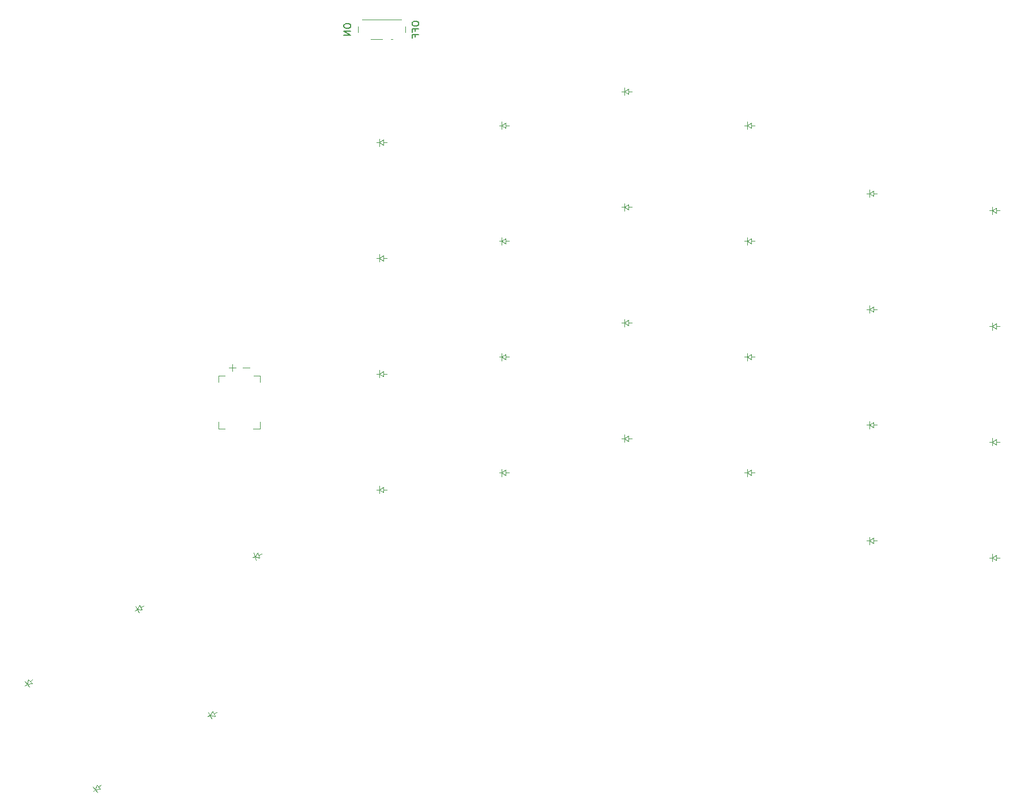
<source format=gbr>
%TF.GenerationSoftware,KiCad,Pcbnew,8.0.6*%
%TF.CreationDate,2025-01-31T15:21:25+01:00*%
%TF.ProjectId,sleepy58,736c6565-7079-4353-982e-6b696361645f,v1.0.0*%
%TF.SameCoordinates,Original*%
%TF.FileFunction,Legend,Bot*%
%TF.FilePolarity,Positive*%
%FSLAX46Y46*%
G04 Gerber Fmt 4.6, Leading zero omitted, Abs format (unit mm)*
G04 Created by KiCad (PCBNEW 8.0.6) date 2025-01-31 15:21:25*
%MOMM*%
%LPD*%
G01*
G04 APERTURE LIST*
%ADD10C,0.150000*%
%ADD11C,0.100000*%
%ADD12C,0.120000*%
G04 APERTURE END LIST*
D10*
X104454819Y-36457619D02*
X104454819Y-36648095D01*
X104454819Y-36648095D02*
X104502438Y-36743333D01*
X104502438Y-36743333D02*
X104597676Y-36838571D01*
X104597676Y-36838571D02*
X104788152Y-36886190D01*
X104788152Y-36886190D02*
X105121485Y-36886190D01*
X105121485Y-36886190D02*
X105311961Y-36838571D01*
X105311961Y-36838571D02*
X105407200Y-36743333D01*
X105407200Y-36743333D02*
X105454819Y-36648095D01*
X105454819Y-36648095D02*
X105454819Y-36457619D01*
X105454819Y-36457619D02*
X105407200Y-36362381D01*
X105407200Y-36362381D02*
X105311961Y-36267143D01*
X105311961Y-36267143D02*
X105121485Y-36219524D01*
X105121485Y-36219524D02*
X104788152Y-36219524D01*
X104788152Y-36219524D02*
X104597676Y-36267143D01*
X104597676Y-36267143D02*
X104502438Y-36362381D01*
X104502438Y-36362381D02*
X104454819Y-36457619D01*
X104931009Y-37648095D02*
X104931009Y-37314762D01*
X105454819Y-37314762D02*
X104454819Y-37314762D01*
X104454819Y-37314762D02*
X104454819Y-37790952D01*
X104931009Y-38505238D02*
X104931009Y-38171905D01*
X105454819Y-38171905D02*
X104454819Y-38171905D01*
X104454819Y-38171905D02*
X104454819Y-38648095D01*
X94454819Y-36790952D02*
X94454819Y-36981428D01*
X94454819Y-36981428D02*
X94502438Y-37076666D01*
X94502438Y-37076666D02*
X94597676Y-37171904D01*
X94597676Y-37171904D02*
X94788152Y-37219523D01*
X94788152Y-37219523D02*
X95121485Y-37219523D01*
X95121485Y-37219523D02*
X95311961Y-37171904D01*
X95311961Y-37171904D02*
X95407200Y-37076666D01*
X95407200Y-37076666D02*
X95454819Y-36981428D01*
X95454819Y-36981428D02*
X95454819Y-36790952D01*
X95454819Y-36790952D02*
X95407200Y-36695714D01*
X95407200Y-36695714D02*
X95311961Y-36600476D01*
X95311961Y-36600476D02*
X95121485Y-36552857D01*
X95121485Y-36552857D02*
X94788152Y-36552857D01*
X94788152Y-36552857D02*
X94597676Y-36600476D01*
X94597676Y-36600476D02*
X94502438Y-36695714D01*
X94502438Y-36695714D02*
X94454819Y-36790952D01*
X95454819Y-37648095D02*
X94454819Y-37648095D01*
X94454819Y-37648095D02*
X95454819Y-38219523D01*
X95454819Y-38219523D02*
X94454819Y-38219523D01*
D11*
%TO.C,D1*%
X99250000Y-105000000D02*
X99650000Y-105000000D01*
X99650000Y-105000000D02*
X99650000Y-104450000D01*
X99650000Y-105000000D02*
X99650000Y-105550000D01*
X99650000Y-105000000D02*
X100250000Y-104600000D01*
X100250000Y-104600000D02*
X100250000Y-105400000D01*
X100250000Y-105000000D02*
X100750000Y-105000000D01*
X100250000Y-105400000D02*
X99650000Y-105000000D01*
%TO.C,D21*%
X189250000Y-115000000D02*
X189650000Y-115000000D01*
X189650000Y-115000000D02*
X189650000Y-114450000D01*
X189650000Y-115000000D02*
X189650000Y-115550000D01*
X189650000Y-115000000D02*
X190250000Y-114600000D01*
X190250000Y-114600000D02*
X190250000Y-115400000D01*
X190250000Y-115000000D02*
X190750000Y-115000000D01*
X190250000Y-115400000D02*
X189650000Y-115000000D01*
%TO.C,D29*%
X57639367Y-149312291D02*
X57945784Y-149055176D01*
X57945784Y-149055176D02*
X57592251Y-148633851D01*
X57945784Y-149055176D02*
X58148296Y-148363085D01*
X57945784Y-149055176D02*
X58299318Y-149476500D01*
X58148296Y-148363085D02*
X58662526Y-148975921D01*
X58405411Y-148669503D02*
X58788433Y-148348109D01*
X58662526Y-148975921D02*
X57945784Y-149055176D01*
%TO.C,D2*%
X99250000Y-88000000D02*
X99650000Y-88000000D01*
X99650000Y-88000000D02*
X99650000Y-87450000D01*
X99650000Y-88000000D02*
X99650000Y-88550000D01*
X99650000Y-88000000D02*
X100250000Y-87600000D01*
X100250000Y-87600000D02*
X100250000Y-88400000D01*
X100250000Y-88000000D02*
X100750000Y-88000000D01*
X100250000Y-88400000D02*
X99650000Y-88000000D01*
%TO.C,D14*%
X153250000Y-85500000D02*
X153650000Y-85500000D01*
X153650000Y-85500000D02*
X153650000Y-84950000D01*
X153650000Y-85500000D02*
X153650000Y-86050000D01*
X153650000Y-85500000D02*
X154250000Y-85100000D01*
X154250000Y-85100000D02*
X154250000Y-85900000D01*
X154250000Y-85500000D02*
X154750000Y-85500000D01*
X154250000Y-85900000D02*
X153650000Y-85500000D01*
%TO.C,D6*%
X117250000Y-85500000D02*
X117650000Y-85500000D01*
X117650000Y-85500000D02*
X117650000Y-84950000D01*
X117650000Y-85500000D02*
X117650000Y-86050000D01*
X117650000Y-85500000D02*
X118250000Y-85100000D01*
X118250000Y-85100000D02*
X118250000Y-85900000D01*
X118250000Y-85500000D02*
X118750000Y-85500000D01*
X118250000Y-85900000D02*
X117650000Y-85500000D01*
%TO.C,D9*%
X135250000Y-97500000D02*
X135650000Y-97500000D01*
X135650000Y-97500000D02*
X135650000Y-96950000D01*
X135650000Y-97500000D02*
X135650000Y-98050000D01*
X135650000Y-97500000D02*
X136250000Y-97100000D01*
X136250000Y-97100000D02*
X136250000Y-97900000D01*
X136250000Y-97500000D02*
X136750000Y-97500000D01*
X136250000Y-97900000D02*
X135650000Y-97500000D01*
%TO.C,D8*%
X117250000Y-51500000D02*
X117650000Y-51500000D01*
X117650000Y-51500000D02*
X117650000Y-50950000D01*
X117650000Y-51500000D02*
X117650000Y-52050000D01*
X117650000Y-51500000D02*
X118250000Y-51100000D01*
X118250000Y-51100000D02*
X118250000Y-51900000D01*
X118250000Y-51500000D02*
X118750000Y-51500000D01*
X118250000Y-51900000D02*
X117650000Y-51500000D01*
%TO.C,D25*%
X81005331Y-114955015D02*
X81381208Y-114818207D01*
X81381208Y-114818207D02*
X81193097Y-114301376D01*
X81381208Y-114818207D02*
X81569319Y-115335038D01*
X81381208Y-114818207D02*
X81808215Y-114237118D01*
X81808215Y-114237118D02*
X82081831Y-114988872D01*
X81945023Y-114612995D02*
X82414869Y-114441985D01*
X82081831Y-114988872D02*
X81381208Y-114818207D01*
%TO.C,D26*%
X63750481Y-122805100D02*
X64096891Y-122605100D01*
X64096891Y-122605100D02*
X63821891Y-122128786D01*
X64096891Y-122605100D02*
X64371891Y-123081414D01*
X64096891Y-122605100D02*
X64416506Y-121958690D01*
X64416506Y-121958690D02*
X64816506Y-122651510D01*
X64616506Y-122305100D02*
X65049519Y-122055100D01*
X64816506Y-122651510D02*
X64096891Y-122605100D01*
%TO.C,D5*%
X117250000Y-102500000D02*
X117650000Y-102500000D01*
X117650000Y-102500000D02*
X117650000Y-101950000D01*
X117650000Y-102500000D02*
X117650000Y-103050000D01*
X117650000Y-102500000D02*
X118250000Y-102100000D01*
X118250000Y-102100000D02*
X118250000Y-102900000D01*
X118250000Y-102500000D02*
X118750000Y-102500000D01*
X118250000Y-102900000D02*
X117650000Y-102500000D01*
%TO.C,D12*%
X135250000Y-46500000D02*
X135650000Y-46500000D01*
X135650000Y-46500000D02*
X135650000Y-45950000D01*
X135650000Y-46500000D02*
X135650000Y-47050000D01*
X135650000Y-46500000D02*
X136250000Y-46100000D01*
X136250000Y-46100000D02*
X136250000Y-46900000D01*
X136250000Y-46500000D02*
X136750000Y-46500000D01*
X136250000Y-46900000D02*
X135650000Y-46500000D01*
%TO.C,D23*%
X189250000Y-81000000D02*
X189650000Y-81000000D01*
X189650000Y-81000000D02*
X189650000Y-80450000D01*
X189650000Y-81000000D02*
X189650000Y-81550000D01*
X189650000Y-81000000D02*
X190250000Y-80600000D01*
X190250000Y-80600000D02*
X190250000Y-81400000D01*
X190250000Y-81000000D02*
X190750000Y-81000000D01*
X190250000Y-81400000D02*
X189650000Y-81000000D01*
%TO.C,D4*%
X99250000Y-54000000D02*
X99650000Y-54000000D01*
X99650000Y-54000000D02*
X99650000Y-53450000D01*
X99650000Y-54000000D02*
X99650000Y-54550000D01*
X99650000Y-54000000D02*
X100250000Y-53600000D01*
X100250000Y-53600000D02*
X100250000Y-54400000D01*
X100250000Y-54000000D02*
X100750000Y-54000000D01*
X100250000Y-54400000D02*
X99650000Y-54000000D01*
%TO.C,D27*%
X47639367Y-133812291D02*
X47945784Y-133555176D01*
X47945784Y-133555176D02*
X47592251Y-133133851D01*
X47945784Y-133555176D02*
X48148296Y-132863085D01*
X47945784Y-133555176D02*
X48299318Y-133976500D01*
X48148296Y-132863085D02*
X48662526Y-133475921D01*
X48405411Y-133169503D02*
X48788433Y-132848109D01*
X48662526Y-133475921D02*
X47945784Y-133555176D01*
%TO.C,D15*%
X153250000Y-68500000D02*
X153650000Y-68500000D01*
X153650000Y-68500000D02*
X153650000Y-67950000D01*
X153650000Y-68500000D02*
X153650000Y-69050000D01*
X153650000Y-68500000D02*
X154250000Y-68100000D01*
X154250000Y-68100000D02*
X154250000Y-68900000D01*
X154250000Y-68500000D02*
X154750000Y-68500000D01*
X154250000Y-68900000D02*
X153650000Y-68500000D01*
%TO.C,D17*%
X171250000Y-112500000D02*
X171650000Y-112500000D01*
X171650000Y-112500000D02*
X171650000Y-111950000D01*
X171650000Y-112500000D02*
X171650000Y-113050000D01*
X171650000Y-112500000D02*
X172250000Y-112100000D01*
X172250000Y-112100000D02*
X172250000Y-112900000D01*
X172250000Y-112500000D02*
X172750000Y-112500000D01*
X172250000Y-112900000D02*
X171650000Y-112500000D01*
D12*
%TO.C,JST1*%
X76040000Y-88240000D02*
X76040000Y-89240000D01*
X76040000Y-96060000D02*
X76040000Y-95060000D01*
X76960000Y-88240000D02*
X76040000Y-88240000D01*
X76960000Y-96060000D02*
X76040000Y-96060000D01*
D11*
X78100000Y-87600000D02*
X78100000Y-86600000D01*
X78600000Y-87100000D02*
X77600000Y-87100000D01*
X79600000Y-87100000D02*
X80600000Y-87100000D01*
D12*
X81160000Y-96060000D02*
X82160000Y-96060000D01*
X81240000Y-88240000D02*
X82160000Y-88240000D01*
X82160000Y-88240000D02*
X82160000Y-89240000D01*
X82160000Y-96060000D02*
X82160000Y-95060000D01*
D11*
%TO.C,D22*%
X189250000Y-98000000D02*
X189650000Y-98000000D01*
X189650000Y-98000000D02*
X189650000Y-97450000D01*
X189650000Y-98000000D02*
X189650000Y-98550000D01*
X189650000Y-98000000D02*
X190250000Y-97600000D01*
X190250000Y-97600000D02*
X190250000Y-98400000D01*
X190250000Y-98000000D02*
X190750000Y-98000000D01*
X190250000Y-98400000D02*
X189650000Y-98000000D01*
%TO.C,D7*%
X117250000Y-68500000D02*
X117650000Y-68500000D01*
X117650000Y-68500000D02*
X117650000Y-67950000D01*
X117650000Y-68500000D02*
X117650000Y-69050000D01*
X117650000Y-68500000D02*
X118250000Y-68100000D01*
X118250000Y-68100000D02*
X118250000Y-68900000D01*
X118250000Y-68500000D02*
X118750000Y-68500000D01*
X118250000Y-68900000D02*
X117650000Y-68500000D01*
%TO.C,D20*%
X171250000Y-61500000D02*
X171650000Y-61500000D01*
X171650000Y-61500000D02*
X171650000Y-60950000D01*
X171650000Y-61500000D02*
X171650000Y-62050000D01*
X171650000Y-61500000D02*
X172250000Y-61100000D01*
X172250000Y-61100000D02*
X172250000Y-61900000D01*
X172250000Y-61500000D02*
X172750000Y-61500000D01*
X172250000Y-61900000D02*
X171650000Y-61500000D01*
%TO.C,D10*%
X135250000Y-80500000D02*
X135650000Y-80500000D01*
X135650000Y-80500000D02*
X135650000Y-79950000D01*
X135650000Y-80500000D02*
X135650000Y-81050000D01*
X135650000Y-80500000D02*
X136250000Y-80100000D01*
X136250000Y-80100000D02*
X136250000Y-80900000D01*
X136250000Y-80500000D02*
X136750000Y-80500000D01*
X136250000Y-80900000D02*
X135650000Y-80500000D01*
%TO.C,D3*%
X99250000Y-71000000D02*
X99650000Y-71000000D01*
X99650000Y-71000000D02*
X99650000Y-70450000D01*
X99650000Y-71000000D02*
X99650000Y-71550000D01*
X99650000Y-71000000D02*
X100250000Y-70600000D01*
X100250000Y-70600000D02*
X100250000Y-71400000D01*
X100250000Y-71000000D02*
X100750000Y-71000000D01*
X100250000Y-71400000D02*
X99650000Y-71000000D01*
%TO.C,D11*%
X135250000Y-63500000D02*
X135650000Y-63500000D01*
X135650000Y-63500000D02*
X135650000Y-62950000D01*
X135650000Y-63500000D02*
X135650000Y-64050000D01*
X135650000Y-63500000D02*
X136250000Y-63100000D01*
X136250000Y-63100000D02*
X136250000Y-63900000D01*
X136250000Y-63500000D02*
X136750000Y-63500000D01*
X136250000Y-63900000D02*
X135650000Y-63500000D01*
%TO.C,D16*%
X153250000Y-51500000D02*
X153650000Y-51500000D01*
X153650000Y-51500000D02*
X153650000Y-50950000D01*
X153650000Y-51500000D02*
X153650000Y-52050000D01*
X153650000Y-51500000D02*
X154250000Y-51100000D01*
X154250000Y-51100000D02*
X154250000Y-51900000D01*
X154250000Y-51500000D02*
X154750000Y-51500000D01*
X154250000Y-51900000D02*
X153650000Y-51500000D01*
%TO.C,D28*%
X74433369Y-138348464D02*
X74795892Y-138179416D01*
X74795892Y-138179416D02*
X74563452Y-137680947D01*
X74795892Y-138179416D02*
X75028332Y-138677886D01*
X74795892Y-138179416D02*
X75170630Y-137563322D01*
X75170630Y-137563322D02*
X75508724Y-138288369D01*
X75339677Y-137925845D02*
X75792831Y-137714536D01*
X75508724Y-138288369D02*
X74795892Y-138179416D01*
D12*
%TO.C,PWR1*%
X96550000Y-37785000D02*
X96550000Y-36995000D01*
X97150000Y-35985000D02*
X102850000Y-35985000D01*
X98400000Y-38835000D02*
X100100000Y-38835000D01*
X101400000Y-38835000D02*
X101600000Y-38835000D01*
X103450000Y-36995000D02*
X103450000Y-37785000D01*
D11*
%TO.C,D13*%
X153250000Y-102500000D02*
X153650000Y-102500000D01*
X153650000Y-102500000D02*
X153650000Y-101950000D01*
X153650000Y-102500000D02*
X153650000Y-103050000D01*
X153650000Y-102500000D02*
X154250000Y-102100000D01*
X154250000Y-102100000D02*
X154250000Y-102900000D01*
X154250000Y-102500000D02*
X154750000Y-102500000D01*
X154250000Y-102900000D02*
X153650000Y-102500000D01*
%TO.C,D19*%
X171250000Y-78500000D02*
X171650000Y-78500000D01*
X171650000Y-78500000D02*
X171650000Y-77950000D01*
X171650000Y-78500000D02*
X171650000Y-79050000D01*
X171650000Y-78500000D02*
X172250000Y-78100000D01*
X172250000Y-78100000D02*
X172250000Y-78900000D01*
X172250000Y-78500000D02*
X172750000Y-78500000D01*
X172250000Y-78900000D02*
X171650000Y-78500000D01*
%TO.C,D18*%
X171250000Y-95500000D02*
X171650000Y-95500000D01*
X171650000Y-95500000D02*
X171650000Y-94950000D01*
X171650000Y-95500000D02*
X171650000Y-96050000D01*
X171650000Y-95500000D02*
X172250000Y-95100000D01*
X172250000Y-95100000D02*
X172250000Y-95900000D01*
X172250000Y-95500000D02*
X172750000Y-95500000D01*
X172250000Y-95900000D02*
X171650000Y-95500000D01*
%TO.C,D24*%
X189250000Y-64000000D02*
X189650000Y-64000000D01*
X189650000Y-64000000D02*
X189650000Y-63450000D01*
X189650000Y-64000000D02*
X189650000Y-64550000D01*
X189650000Y-64000000D02*
X190250000Y-63600000D01*
X190250000Y-63600000D02*
X190250000Y-64400000D01*
X190250000Y-64000000D02*
X190750000Y-64000000D01*
X190250000Y-64400000D02*
X189650000Y-64000000D01*
%TD*%
M02*

</source>
